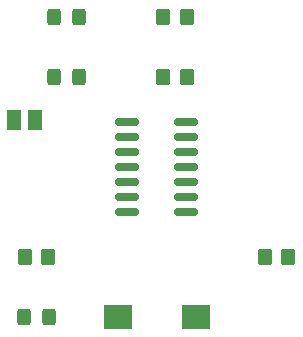
<source format=gbr>
%TF.GenerationSoftware,KiCad,Pcbnew,6.0.9-8da3e8f707~117~ubuntu22.04.1*%
%TF.CreationDate,2022-11-29T09:47:06-05:00*%
%TF.ProjectId,RFTransmitterV3,52465472-616e-4736-9d69-747465725633,rev?*%
%TF.SameCoordinates,Original*%
%TF.FileFunction,Paste,Top*%
%TF.FilePolarity,Positive*%
%FSLAX46Y46*%
G04 Gerber Fmt 4.6, Leading zero omitted, Abs format (unit mm)*
G04 Created by KiCad (PCBNEW 6.0.9-8da3e8f707~117~ubuntu22.04.1) date 2022-11-29 09:47:06*
%MOMM*%
%LPD*%
G01*
G04 APERTURE LIST*
G04 Aperture macros list*
%AMRoundRect*
0 Rectangle with rounded corners*
0 $1 Rounding radius*
0 $2 $3 $4 $5 $6 $7 $8 $9 X,Y pos of 4 corners*
0 Add a 4 corners polygon primitive as box body*
4,1,4,$2,$3,$4,$5,$6,$7,$8,$9,$2,$3,0*
0 Add four circle primitives for the rounded corners*
1,1,$1+$1,$2,$3*
1,1,$1+$1,$4,$5*
1,1,$1+$1,$6,$7*
1,1,$1+$1,$8,$9*
0 Add four rect primitives between the rounded corners*
20,1,$1+$1,$2,$3,$4,$5,0*
20,1,$1+$1,$4,$5,$6,$7,0*
20,1,$1+$1,$6,$7,$8,$9,0*
20,1,$1+$1,$8,$9,$2,$3,0*%
G04 Aperture macros list end*
%ADD10RoundRect,0.250000X-0.350000X-0.450000X0.350000X-0.450000X0.350000X0.450000X-0.350000X0.450000X0*%
%ADD11R,1.200000X1.820000*%
%ADD12RoundRect,0.250000X0.350000X0.450000X-0.350000X0.450000X-0.350000X-0.450000X0.350000X-0.450000X0*%
%ADD13R,2.400000X2.100000*%
%ADD14RoundRect,0.250000X-0.325000X-0.450000X0.325000X-0.450000X0.325000X0.450000X-0.325000X0.450000X0*%
%ADD15RoundRect,0.150000X-0.825000X-0.150000X0.825000X-0.150000X0.825000X0.150000X-0.825000X0.150000X0*%
G04 APERTURE END LIST*
D10*
%TO.C,R3*%
X128540000Y-93980000D03*
X130540000Y-93980000D03*
%TD*%
D11*
%TO.C,L1*%
X127651648Y-82448962D03*
X129371648Y-82448962D03*
%TD*%
D12*
%TO.C,R4*%
X150860000Y-93980000D03*
X148860000Y-93980000D03*
%TD*%
D10*
%TO.C,R1*%
X140240000Y-78740000D03*
X142240000Y-78740000D03*
%TD*%
D13*
%TO.C,SW1*%
X143000000Y-99060000D03*
X136400000Y-99060000D03*
%TD*%
D14*
%TO.C,D2*%
X131055000Y-73660000D03*
X133105000Y-73660000D03*
%TD*%
D15*
%TO.C,U1*%
X137225000Y-82550000D03*
X137225000Y-83820000D03*
X137225000Y-85090000D03*
X137225000Y-86360000D03*
X137225000Y-87630000D03*
X137225000Y-88900000D03*
X137225000Y-90170000D03*
X142175000Y-90170000D03*
X142175000Y-88900000D03*
X142175000Y-87630000D03*
X142175000Y-86360000D03*
X142175000Y-85090000D03*
X142175000Y-83820000D03*
X142175000Y-82550000D03*
%TD*%
D14*
%TO.C,D3*%
X128515000Y-99060000D03*
X130565000Y-99060000D03*
%TD*%
%TO.C,D1*%
X131055000Y-78740000D03*
X133105000Y-78740000D03*
%TD*%
D10*
%TO.C,R2*%
X140240000Y-73660000D03*
X142240000Y-73660000D03*
%TD*%
M02*

</source>
